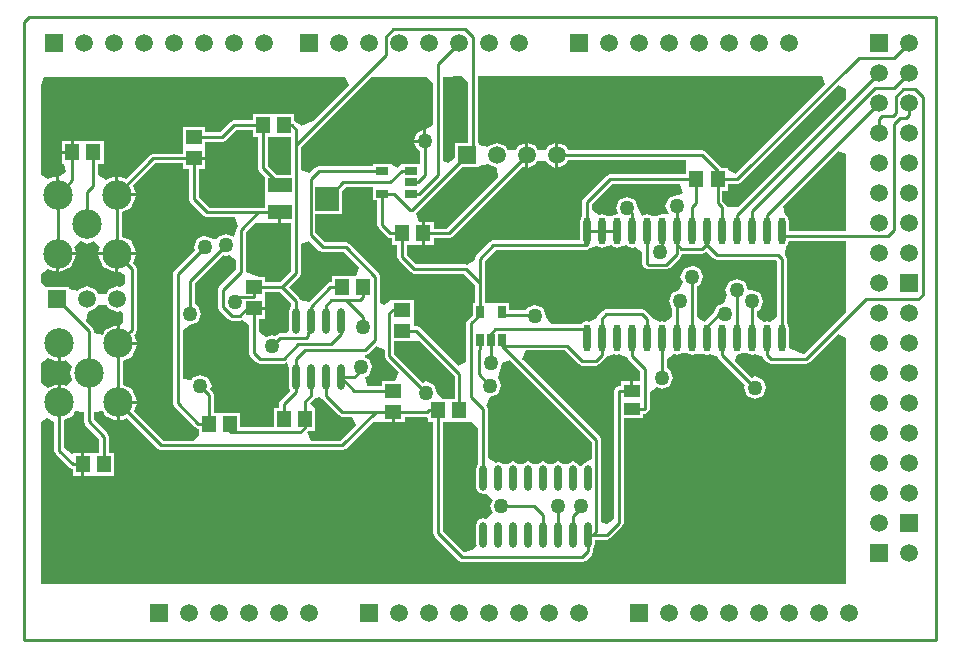
<source format=gtl>
%FSLAX42Y42*%
%MOMM*%
G71*
G01*
G75*
G04 Layer_Physical_Order=1*
G04 Layer_Color=255*
%ADD10O,0.60X2.20*%
%ADD11R,0.65X1.10*%
%ADD12R,1.20X1.40*%
%ADD13R,1.40X1.20*%
%ADD14R,2.00X1.30*%
%ADD15R,2.00X2.00*%
%ADD16R,1.40X1.10*%
%ADD17R,1.10X0.65*%
%ADD18O,0.60X2.30*%
%ADD19C,0.25*%
%ADD20R,1.50X1.50*%
%ADD21C,1.50*%
%ADD22R,1.50X1.50*%
%ADD23C,2.50*%
%ADD24C,1.27*%
G36*
X3864Y3273D02*
Y3273D01*
X3864D01*
X3864D01*
Y3273D01*
Y3273D01*
X3864Y3273D01*
X3864D01*
X3866Y3272D01*
X3888Y3281D01*
X3888Y3281D01*
X3888Y3281D01*
D01*
X3952Y3239D01*
Y3159D01*
X3811Y3019D01*
X3799Y2990D01*
Y2843D01*
X3799Y2843D01*
X3799Y2843D01*
X3811Y2814D01*
X3886Y2739D01*
X3915Y2727D01*
X3981D01*
X3998Y2734D01*
X4053Y2697D01*
X4061Y2689D01*
Y2457D01*
X4061Y2457D01*
X4061Y2457D01*
X4073Y2428D01*
X4124Y2377D01*
X4153Y2365D01*
X4356D01*
X4385Y2377D01*
X4385D01*
X4398Y2329D01*
X4398Y2329D01*
X4398D01*
Y2169D01*
X4412Y2135D01*
X4326Y2048D01*
X4314Y2019D01*
Y1988D01*
X4270D01*
Y1824D01*
X3985D01*
Y1950D01*
X3815D01*
D01*
D01*
X3815Y1950D01*
X3805D01*
D01*
X3761Y1950D01*
Y2099D01*
X3749Y2129D01*
X3733Y2145D01*
X3743Y2170D01*
X3743D01*
Y2170D01*
Y2170D01*
X3743D01*
D01*
X3744Y2172D01*
X3716Y2240D01*
Y2240D01*
D01*
D01*
D01*
X3648Y2268D01*
D01*
D01*
D01*
D01*
X3580Y2240D01*
X3579Y2238D01*
Y2238D01*
X3573Y2223D01*
X3498Y2238D01*
Y2650D01*
X3559Y2690D01*
X3559Y2690D01*
Y2690D01*
X3627Y2718D01*
X3655Y2786D01*
X3627Y2854D01*
X3600Y2866D01*
Y3044D01*
X3839Y3283D01*
X3864Y3273D01*
D02*
G37*
G36*
X5209Y2481D02*
Y2428D01*
X5209Y2428D01*
X5209Y2428D01*
X5221Y2399D01*
X5330Y2291D01*
X5300Y2220D01*
X5188D01*
Y2176D01*
X5064D01*
X5060Y2180D01*
X5046Y2251D01*
X5075Y2263D01*
Y2263D01*
X5077Y2264D01*
X5105Y2332D01*
D01*
D01*
D01*
D01*
X5103Y2336D01*
Y2336D01*
X5101Y2341D01*
X5077Y2400D01*
X5075Y2400D01*
Y2400D01*
X5075Y2400D01*
X5046Y2412D01*
Y2435D01*
D01*
X5076Y2447D01*
D01*
X5076D01*
X5076Y2447D01*
X5139Y2510D01*
X5209Y2481D01*
D02*
G37*
G36*
X9119Y2802D02*
X8764Y2447D01*
X8750D01*
X8632Y2495D01*
Y2665D01*
X8615Y2708D01*
X8614Y2708D01*
Y3251D01*
X8602Y3280D01*
X8596Y3286D01*
X8611Y3361D01*
X8615Y3363D01*
X8630Y3400D01*
X9119D01*
Y2802D01*
D02*
G37*
G36*
X7260Y3363D02*
X7260D01*
X7260Y3363D01*
X7260Y3363D01*
X7303Y3345D01*
X7325Y3355D01*
X7388Y3312D01*
Y3212D01*
X7388Y3212D01*
X7388Y3212D01*
X7400Y3183D01*
X7410Y3173D01*
X7439Y3161D01*
X7595D01*
X7624Y3173D01*
X7713Y3262D01*
X7725Y3291D01*
Y3294D01*
X7899D01*
X7929Y3306D01*
X7929Y3306D01*
X7935Y3312D01*
X7992Y3255D01*
X8021Y3243D01*
X8522D01*
X8531Y3234D01*
Y2758D01*
X8468Y2716D01*
X8446Y2725D01*
X8423Y2716D01*
X8360Y2758D01*
Y2811D01*
X8387Y2822D01*
X8414Y2889D01*
X8414D01*
D01*
D01*
X8414D01*
Y2889D01*
D01*
D01*
D01*
D01*
Y2889D01*
X8415Y2891D01*
X8413Y2895D01*
Y2895D01*
X8402Y2920D01*
X8387Y2959D01*
X8387Y2959D01*
X8385Y2959D01*
X8385Y2959D01*
X8318Y2987D01*
X8318D01*
X8288Y2987D01*
X8288Y2987D01*
X8288Y2987D01*
X8260Y3055D01*
X8192Y3083D01*
X8123Y3055D01*
X8095Y2987D01*
X8112Y2947D01*
X8083Y2877D01*
X8022Y2852D01*
X7999Y2797D01*
X7922Y2720D01*
X7887Y2735D01*
X7852Y2758D01*
Y3020D01*
X7879Y3031D01*
X7906Y3097D01*
X7906D01*
D01*
D01*
X7906D01*
Y3097D01*
D01*
Y3097D01*
X7907Y3099D01*
X7905Y3104D01*
Y3104D01*
X7903Y3108D01*
X7879Y3167D01*
Y3167D01*
D01*
D01*
D01*
X7811Y3195D01*
X7809Y3194D01*
Y3194D01*
X7742Y3167D01*
X7714Y3099D01*
X7732Y3057D01*
X7702Y2987D01*
X7641Y2961D01*
X7613Y2893D01*
X7641Y2825D01*
X7642Y2824D01*
Y2758D01*
X7579Y2716D01*
X7557Y2725D01*
X7540Y2719D01*
X7470Y2748D01*
X7459Y2775D01*
X7421Y2813D01*
X7391Y2825D01*
X7087D01*
X7057Y2813D01*
X7019Y2775D01*
X7008Y2748D01*
X6938Y2719D01*
X6922Y2725D01*
Y2725D01*
X6921Y2725D01*
Y2725D01*
X6912Y2721D01*
X6879Y2708D01*
X6874Y2696D01*
X6615D01*
X6573Y2759D01*
X6575Y2764D01*
Y2764D01*
X6576Y2766D01*
D01*
D01*
X6548Y2834D01*
Y2834D01*
D01*
D01*
D01*
X6480Y2862D01*
X6478Y2862D01*
Y2862D01*
X6411Y2834D01*
X6405Y2817D01*
X6262D01*
Y2880D01*
X6146D01*
D01*
D01*
X6146Y2880D01*
X6072D01*
D01*
X6055Y2880D01*
Y3048D01*
Y3234D01*
X6148Y3327D01*
X6921D01*
X6951Y3339D01*
X6951Y3339D01*
Y3339D01*
X7006Y3363D01*
Y3363D01*
X7006Y3363D01*
X7049Y3345D01*
X7091Y3363D01*
Y3363D01*
X7132Y3366D01*
X7133Y3363D01*
X7133D01*
X7133Y3363D01*
X7133Y3363D01*
X7175Y3345D01*
X7218Y3363D01*
Y3363D01*
X7259Y3366D01*
X7260Y3363D01*
D02*
G37*
G36*
X4657Y3321D02*
X4686Y3309D01*
X4862D01*
X4996Y3176D01*
X4966Y3105D01*
X4945D01*
D01*
D01*
X4945Y3105D01*
X4936D01*
Y3105D01*
X4765D01*
Y3051D01*
X4750D01*
X4721Y3039D01*
X4571Y2889D01*
X4496Y2904D01*
X4487Y2926D01*
X4402Y3011D01*
X4489Y3099D01*
X4501Y3128D01*
Y3377D01*
X4572Y3406D01*
X4657Y3321D01*
D02*
G37*
G36*
X4416Y2880D02*
Y2852D01*
X4415Y2852D01*
X4398Y2809D01*
Y2649D01*
X4380Y2622D01*
X4326D01*
X4297Y2610D01*
X4281Y2595D01*
X4256Y2605D01*
Y2605D01*
X4256Y2605D01*
X4254Y2606D01*
X4207Y2586D01*
X4143Y2628D01*
Y2746D01*
X4197D01*
Y2818D01*
X4102D01*
Y2844D01*
X4197D01*
Y2916D01*
D01*
Y2916D01*
X4197Y2916D01*
Y2926D01*
D01*
X4197Y2970D01*
X4326D01*
X4416Y2880D01*
D02*
G37*
G36*
X2468Y2378D02*
X2512Y2397D01*
X2566Y2343D01*
X2542Y2286D01*
X2566Y2229D01*
X2512Y2175D01*
X2468Y2194D01*
Y2036D01*
X2442D01*
Y2194D01*
X2362Y2160D01*
X2299Y2203D01*
Y2369D01*
X2362Y2412D01*
X2442Y2378D01*
Y2536D01*
X2468D01*
Y2378D01*
D02*
G37*
G36*
X6852Y2358D02*
X6881Y2346D01*
X6998D01*
X7027Y2358D01*
X7078Y2409D01*
X7081Y2416D01*
X7151Y2445D01*
X7175Y2435D01*
X7196Y2444D01*
X7266Y2414D01*
X7273Y2397D01*
X7370Y2299D01*
Y2213D01*
X7315D01*
Y2132D01*
X7290D01*
Y2213D01*
X7207D01*
Y2174D01*
X7193D01*
X7164Y2162D01*
X7152Y2132D01*
Y1048D01*
X7089Y1006D01*
X7044Y1025D01*
Y1718D01*
X7032Y1747D01*
X6374Y2406D01*
X6403Y2476D01*
X6734D01*
X6852Y2358D01*
D02*
G37*
G36*
X5929Y1873D02*
X5950D01*
X6004Y1819D01*
Y1519D01*
X6003Y1518D01*
X5985Y1476D01*
Y1316D01*
X5995Y1293D01*
D01*
X6003Y1273D01*
X6045Y1256D01*
X6065Y1264D01*
D01*
X6071Y1266D01*
X6071D01*
X6125Y1213D01*
X6101Y1156D01*
X6125Y1099D01*
X6071Y1045D01*
X6045Y1056D01*
X6003Y1038D01*
X5985Y996D01*
Y836D01*
X5988Y828D01*
X5965Y794D01*
X5895Y765D01*
X5884D01*
X5704Y945D01*
Y1873D01*
X5749Y1873D01*
D01*
D01*
X5758D01*
Y1873D01*
X5929D01*
Y1873D01*
D02*
G37*
G36*
X4683Y2065D02*
Y2065D01*
X4683Y2065D01*
X4822Y1926D01*
X4822Y1926D01*
X4822D01*
X4822Y1926D01*
X4822D01*
Y1926D01*
D01*
D01*
D01*
D01*
X4822D01*
Y1926D01*
D01*
X4851Y1913D01*
X4936D01*
X4965Y1843D01*
X4834Y1713D01*
X4583D01*
X4554Y1783D01*
X4564Y1793D01*
X4566Y1797D01*
X4620D01*
Y1988D01*
X4620D01*
X4576Y2028D01*
X4576Y2028D01*
X4614Y2065D01*
X4654Y2080D01*
X4683Y2065D01*
D02*
G37*
G36*
X5108Y3746D02*
X5145D01*
Y3538D01*
X5145Y3538D01*
X5145Y3538D01*
X5158Y3509D01*
X5229Y3438D01*
X5258Y3426D01*
X5273D01*
Y3372D01*
X5317D01*
Y3270D01*
X5317Y3270D01*
X5317Y3270D01*
X5329Y3241D01*
X5432Y3138D01*
X5432Y3138D01*
X5432D01*
X5432Y3138D01*
X5432D01*
Y3138D01*
D01*
D01*
D01*
D01*
X5432D01*
Y3138D01*
D01*
X5461Y3126D01*
X5877D01*
X5972Y3031D01*
Y2880D01*
X5956D01*
Y2777D01*
X5912Y2733D01*
X5900Y2704D01*
Y2377D01*
X5829Y2348D01*
X5508Y2670D01*
X5479Y2682D01*
X5455D01*
X5455Y2726D01*
D01*
Y2735D01*
X5455D01*
Y2906D01*
X5264D01*
Y2904D01*
X5201Y2862D01*
X5172Y2874D01*
Y3099D01*
X5160Y3128D01*
X4908Y3379D01*
X4879Y3391D01*
X4703D01*
X4623Y3471D01*
Y3634D01*
X4847D01*
Y3826D01*
X4878Y3858D01*
X5108D01*
Y3746D01*
D02*
G37*
G36*
X5455Y2555D02*
X5506Y2555D01*
X5802Y2259D01*
Y2064D01*
X5758Y2064D01*
D01*
X5749D01*
Y2064D01*
X5693D01*
X5656Y2118D01*
D01*
X5629Y2185D01*
X5629D01*
X5628Y2186D01*
Y2186D01*
D01*
D01*
X5628Y2186D01*
X5560Y2215D01*
D01*
X5560D01*
D01*
X5558Y2214D01*
X5558D01*
D01*
Y2214D01*
Y2214D01*
Y2214D01*
X5558D01*
D01*
D01*
X5558D01*
Y2214D01*
X5533Y2203D01*
X5291Y2445D01*
Y2555D01*
X5455D01*
Y2555D01*
D02*
G37*
G36*
X6962Y1701D02*
Y1554D01*
X6934Y1536D01*
D01*
X6892Y1518D01*
X6884Y1498D01*
D01*
X6892Y1518D01*
X6884Y1498D01*
X6862Y1497D01*
X6850Y1518D01*
X6850D01*
X6850Y1518D01*
X6850Y1518D01*
X6807Y1536D01*
X6765Y1518D01*
Y1518D01*
X6724Y1515D01*
X6723Y1518D01*
X6723D01*
X6723Y1518D01*
X6723Y1518D01*
X6680Y1536D01*
X6638Y1518D01*
Y1518D01*
X6597Y1515D01*
X6596Y1518D01*
X6596D01*
X6596Y1518D01*
X6596Y1518D01*
X6553Y1536D01*
X6511Y1518D01*
Y1518D01*
X6470Y1515D01*
X6469Y1518D01*
X6469D01*
X6469Y1518D01*
X6469Y1518D01*
X6426Y1536D01*
X6384Y1518D01*
Y1518D01*
X6343Y1515D01*
X6342Y1518D01*
X6342D01*
X6342Y1518D01*
X6342Y1518D01*
X6299Y1536D01*
X6257Y1518D01*
Y1518D01*
X6216Y1515D01*
X6215Y1518D01*
X6215D01*
X6215Y1518D01*
X6215Y1518D01*
X6172Y1536D01*
X6150Y1526D01*
X6086Y1569D01*
Y1977D01*
X6074Y2006D01*
X6071Y2009D01*
X6101Y2081D01*
X6101D01*
X6101Y2081D01*
X6169Y2109D01*
X6197Y2175D01*
X6197D01*
D01*
D01*
X6197D01*
Y2175D01*
D01*
D01*
D01*
D01*
Y2175D01*
X6197Y2177D01*
X6195Y2182D01*
Y2182D01*
X6185Y2207D01*
X6169Y2245D01*
X6169Y2245D01*
X6205Y2367D01*
X6205D01*
X6205D01*
D01*
X6269Y2394D01*
X6962Y1701D01*
D02*
G37*
G36*
X5915Y4741D02*
Y4228D01*
X5805D01*
Y4105D01*
X5742Y4063D01*
X5700Y4080D01*
Y4794D01*
X5861Y4795D01*
X5915Y4741D01*
D02*
G37*
G36*
X5618Y4740D02*
Y4384D01*
X5555Y4341D01*
X5563Y4338D01*
Y4247D01*
X5550D01*
Y4234D01*
X5459D01*
X5482Y4179D01*
X5509Y4168D01*
Y4052D01*
X5348D01*
Y4052D01*
X5324Y4023D01*
X5269Y4046D01*
Y4052D01*
X5108D01*
Y4035D01*
X4650D01*
X4621Y4023D01*
X4572Y3974D01*
X4501Y4004D01*
Y4202D01*
X5093Y4793D01*
X5564Y4794D01*
X5618Y4740D01*
D02*
G37*
G36*
X8941Y4730D02*
X8183Y3972D01*
X8113Y4001D01*
Y4020D01*
X8060D01*
X8057Y4029D01*
X7929Y4157D01*
X7899Y4169D01*
X6759D01*
X6744Y4204D01*
X6680Y4231D01*
Y4127D01*
Y4024D01*
X6744Y4051D01*
X6759Y4086D01*
X7762D01*
Y4020D01*
X7762D01*
X7762Y3966D01*
X7117D01*
X7088Y3953D01*
X6892Y3758D01*
X6880Y3729D01*
Y3618D01*
X6879Y3618D01*
X6862Y3575D01*
Y3409D01*
X6131D01*
X6101Y3397D01*
X5985Y3280D01*
X5972Y3251D01*
Y3245D01*
X5909Y3202D01*
X5894Y3209D01*
X5478D01*
X5400Y3287D01*
Y3372D01*
X5444Y3372D01*
D01*
D01*
Y3372D01*
X5444D01*
X5453D01*
X5498Y3372D01*
X5498Y3372D01*
X5498Y3372D01*
X5526D01*
Y3467D01*
Y3562D01*
X5503D01*
X5472Y3636D01*
X5863Y4027D01*
X6006D01*
Y4041D01*
X6081Y4056D01*
X6083Y4051D01*
X6158Y4020D01*
X6173Y3945D01*
X5736Y3508D01*
X5624D01*
Y3562D01*
X5551D01*
Y3467D01*
Y3372D01*
X5624D01*
Y3426D01*
X5753D01*
X5782Y3438D01*
X6378Y4034D01*
X6401Y4024D01*
Y4127D01*
Y4231D01*
X6337Y4204D01*
X6325Y4175D01*
X6248D01*
X6236Y4204D01*
X6160Y4236D01*
X6083Y4204D01*
X6081Y4199D01*
X6006Y4214D01*
Y4228D01*
X5998D01*
Y4795D01*
X8912Y4800D01*
X8941Y4730D01*
D02*
G37*
G36*
X4905Y4722D02*
X4602Y4419D01*
X4505Y4379D01*
X4506Y4379D01*
X4443Y4422D01*
Y4477D01*
X4272D01*
D01*
D01*
X4272Y4477D01*
X4263D01*
Y4477D01*
X4092D01*
Y4423D01*
X3936D01*
X3907Y4411D01*
X3818Y4322D01*
X3690D01*
Y4366D01*
X3499D01*
Y4196D01*
X3499Y4196D01*
X3499Y4186D01*
D01*
X3499Y4142D01*
X3250D01*
X3221Y4130D01*
X3016Y3925D01*
X2955Y3951D01*
Y3806D01*
X3100D01*
X3075Y3867D01*
X3267Y4060D01*
X3499D01*
Y4016D01*
X3553D01*
Y3759D01*
X3553Y3759D01*
X3553Y3759D01*
X3565Y3730D01*
X3680Y3615D01*
X3709Y3603D01*
X3941D01*
X3970Y3533D01*
X3964Y3526D01*
X3952Y3497D01*
X3952D01*
X3952Y3497D01*
X3934Y3436D01*
D01*
D01*
X3868Y3464D01*
D01*
D01*
D01*
Y3464D01*
X3868D01*
X3866Y3464D01*
X3798Y3436D01*
X3797Y3435D01*
X3797Y3434D01*
X3797Y3434D01*
D01*
Y3434D01*
X3797D01*
X3792Y3421D01*
X3756D01*
X3756Y3421D01*
Y3421D01*
X3690Y3448D01*
X3690D01*
X3688Y3449D01*
X3620Y3421D01*
X3619Y3419D01*
D01*
X3592Y3353D01*
X3603Y3326D01*
X3428Y3151D01*
X3416Y3122D01*
Y2029D01*
X3416Y2029D01*
X3416Y2029D01*
X3428Y2000D01*
X3603Y1825D01*
X3632Y1813D01*
X3635D01*
X3635Y1759D01*
D01*
X3588Y1713D01*
X3337D01*
X3087Y1962D01*
X3113Y2023D01*
X2968D01*
Y1878D01*
X3029Y1904D01*
X3291Y1642D01*
X3320Y1630D01*
X4851D01*
X4881Y1642D01*
X5108Y1869D01*
X5188Y1869D01*
Y1869D01*
X5271D01*
Y1955D01*
X5296D01*
Y1869D01*
X5379D01*
Y1913D01*
X5568D01*
X5578Y1907D01*
Y1873D01*
X5622D01*
Y928D01*
X5622Y928D01*
X5622Y928D01*
X5634Y899D01*
X5838Y695D01*
X5867Y683D01*
X6883D01*
X6913Y695D01*
X6963Y746D01*
X6975Y775D01*
Y793D01*
X6977Y793D01*
X6994Y836D01*
Y873D01*
X7092D01*
X7121Y885D01*
X7222Y987D01*
X7222Y987D01*
X7222Y987D01*
X7235Y1016D01*
Y1902D01*
X7398D01*
Y1941D01*
X7412D01*
X7441Y1953D01*
X7453Y1982D01*
X7453Y1982D01*
X7453Y1982D01*
Y2123D01*
X7516Y2166D01*
X7555Y2150D01*
X7555D01*
X7557Y2149D01*
X7625Y2177D01*
X7625Y2179D01*
D01*
X7653Y2245D01*
X7625Y2313D01*
X7598Y2325D01*
Y2402D01*
X7661Y2445D01*
X7664Y2444D01*
D01*
X7683Y2435D01*
X7726Y2453D01*
Y2453D01*
X7767Y2456D01*
X7768Y2453D01*
X7768D01*
X7768Y2453D01*
X7768Y2453D01*
X7811Y2435D01*
X7836Y2446D01*
X7912D01*
X7938Y2435D01*
X7962Y2445D01*
X8032Y2416D01*
X8035Y2409D01*
X8259Y2186D01*
X8248Y2159D01*
X8276Y2091D01*
X8344Y2063D01*
X8412Y2091D01*
X8439Y2157D01*
X8439D01*
D01*
D01*
X8439D01*
Y2157D01*
D01*
D01*
D01*
D01*
Y2157D01*
X8440Y2159D01*
X8438Y2164D01*
Y2164D01*
X8428Y2189D01*
X8413Y2225D01*
D01*
X8412Y2227D01*
D01*
Y2227D01*
D01*
D01*
D01*
D01*
X8412D01*
X8412Y2227D01*
X8344Y2255D01*
D01*
X8344D01*
D01*
X8342Y2255D01*
X8342D01*
D01*
Y2255D01*
Y2255D01*
Y2255D01*
X8342D01*
D01*
D01*
X8342D01*
Y2255D01*
X8317Y2244D01*
X8172Y2389D01*
X8192Y2435D01*
X8192D01*
X8192Y2435D01*
X8234Y2453D01*
Y2453D01*
X8275Y2456D01*
X8276Y2453D01*
X8276D01*
X8276Y2453D01*
X8276Y2453D01*
X8318Y2435D01*
X8343Y2445D01*
X8413Y2416D01*
X8416Y2409D01*
X8449Y2376D01*
X8449Y2376D01*
X8449D01*
X8449Y2376D01*
X8449D01*
Y2376D01*
D01*
D01*
D01*
D01*
X8449D01*
Y2376D01*
D01*
X8479Y2364D01*
X8781D01*
X8810Y2376D01*
X9048Y2614D01*
X9119Y2585D01*
Y495D01*
X2299D01*
Y1869D01*
X2347Y1901D01*
X2414Y1866D01*
Y1626D01*
X2414Y1626D01*
X2414Y1626D01*
X2426Y1596D01*
X2540Y1482D01*
X2568Y1471D01*
Y1416D01*
X2641D01*
Y1511D01*
Y1607D01*
X2568D01*
X2568Y1607D01*
Y1607D01*
X2560Y1603D01*
X2496Y1646D01*
Y1890D01*
X2570Y1921D01*
X2589Y1967D01*
X2664Y1952D01*
Y1875D01*
X2664Y1875D01*
X2664Y1875D01*
X2676Y1845D01*
X2792Y1729D01*
Y1607D01*
X2748Y1607D01*
Y1607D01*
X2739D01*
X2694Y1607D01*
X2694Y1607D01*
X2694Y1607D01*
X2666D01*
Y1511D01*
Y1416D01*
X2739D01*
X2739Y1416D01*
Y1416D01*
X2739D01*
X2748D01*
X2792Y1416D01*
X2792Y1416D01*
X2792Y1416D01*
X2919D01*
Y1607D01*
X2874D01*
Y1746D01*
X2862Y1776D01*
X2746Y1892D01*
Y1952D01*
X2821Y1967D01*
X2840Y1921D01*
X2942Y1878D01*
Y2036D01*
X2955D01*
Y2049D01*
X3113D01*
X3070Y2151D01*
X2996Y2182D01*
Y2390D01*
X3070Y2421D01*
X3113Y2523D01*
X2955D01*
Y2536D01*
X2942D01*
Y2694D01*
X2840Y2651D01*
X2821Y2605D01*
X2746Y2620D01*
Y2642D01*
X2734Y2671D01*
X2679Y2726D01*
X2694Y2800D01*
X2769Y2831D01*
X2781Y2861D01*
X2858D01*
X2870Y2831D01*
X2946Y2800D01*
X2966Y2808D01*
X2994Y2789D01*
Y2713D01*
X2966Y2694D01*
X2968Y2694D01*
Y2549D01*
X3113D01*
X3087Y2610D01*
X3100Y2623D01*
X3112Y2652D01*
Y3165D01*
X3100Y3194D01*
X3075Y3219D01*
X3100Y3281D01*
X2955D01*
Y3136D01*
X2966Y3140D01*
X3008Y3113D01*
Y3036D01*
X2966Y3009D01*
X2946Y3017D01*
X2870Y2985D01*
X2858Y2956D01*
X2781D01*
X2769Y2985D01*
X2692Y3017D01*
X2616Y2985D01*
X2614Y2980D01*
X2539Y2995D01*
Y3009D01*
X2353D01*
X2353Y3009D01*
X2353Y3009D01*
X2338Y3009D01*
X2299Y3048D01*
Y3121D01*
X2362Y3164D01*
X2430Y3136D01*
Y3293D01*
X2442D01*
Y3306D01*
X2600D01*
X2582Y3350D01*
X2636Y3404D01*
X2692Y3381D01*
X2749Y3404D01*
X2803Y3350D01*
X2785Y3306D01*
X3100D01*
X3058Y3408D01*
X2984Y3439D01*
Y3648D01*
X3058Y3678D01*
X3100Y3781D01*
X2942D01*
Y3793D01*
X2930D01*
Y3951D01*
X2849Y3917D01*
X2786Y3960D01*
Y4058D01*
X2830D01*
Y4248D01*
X2704D01*
X2704Y4248D01*
X2704Y4248D01*
X2659Y4248D01*
X2654D01*
X2650D01*
X2605Y4248D01*
X2605Y4248D01*
X2605Y4248D01*
X2577D01*
Y4153D01*
X2564D01*
Y4140D01*
X2479D01*
Y4058D01*
X2491D01*
X2513Y3985D01*
X2460Y3949D01*
X2455Y3951D01*
Y3793D01*
X2430D01*
Y3951D01*
X2362Y3923D01*
X2299Y3965D01*
Y4724D01*
X2299Y4724D01*
X2299Y4724D01*
X2325Y4788D01*
X4876Y4793D01*
X4905Y4722D01*
D02*
G37*
G36*
X4419Y4219D02*
Y3965D01*
X4289D01*
X4218Y4035D01*
Y4286D01*
X4263Y4286D01*
D01*
D01*
X4272D01*
Y4286D01*
X4419D01*
Y4219D01*
D02*
G37*
G36*
X4092Y4286D02*
X4136D01*
Y4018D01*
X4148Y3989D01*
X4196Y3941D01*
Y3784D01*
X4196Y3784D01*
X4196Y3735D01*
D01*
X4196Y3685D01*
X3726D01*
X3635Y3776D01*
Y4016D01*
X3690D01*
Y4088D01*
X3594D01*
Y4114D01*
X3690D01*
Y4186D01*
D01*
Y4186D01*
X3690Y4186D01*
Y4196D01*
D01*
X3690Y4240D01*
X3835D01*
X3865Y4252D01*
X3953Y4340D01*
X4092D01*
Y4286D01*
D02*
G37*
G36*
X4334Y3554D02*
X4419D01*
Y3145D01*
X4326Y3052D01*
X4197D01*
Y3096D01*
X4144D01*
X4034Y3142D01*
D01*
Y3480D01*
X4108Y3554D01*
X4196Y3554D01*
Y3554D01*
X4308D01*
Y3644D01*
X4334D01*
Y3554D01*
D02*
G37*
G36*
X9119Y4135D02*
Y3483D01*
X8632D01*
Y3575D01*
X8615Y3618D01*
X8598Y3625D01*
X8584Y3699D01*
X9048Y4164D01*
X9119Y4135D01*
D02*
G37*
G36*
Y4691D02*
Y4605D01*
X8202Y3688D01*
X8106Y3688D01*
X8094Y3717D01*
X8069Y3742D01*
Y3829D01*
X8113D01*
Y3883D01*
X8194D01*
X8223Y3895D01*
X8223Y3895D01*
X8223Y3895D01*
X9048Y4720D01*
X9119Y4691D01*
D02*
G37*
G36*
X7732Y3810D02*
X7699Y3788D01*
X7685Y3794D01*
D01*
X7683Y3794D01*
X7615Y3766D01*
X7615Y3765D01*
X7615D01*
X7587Y3698D01*
X7615Y3630D01*
X7568Y3634D01*
X7557Y3635D01*
X7556Y3635D01*
Y3635D01*
D01*
D01*
X7557Y3635D01*
X7514Y3618D01*
Y3618D01*
X7473Y3615D01*
X7472Y3618D01*
X7472D01*
X7472Y3618D01*
X7472Y3618D01*
X7429Y3635D01*
X7387Y3618D01*
D01*
Y3618D01*
D01*
D01*
X7358Y3678D01*
X7358Y3678D01*
X7358D01*
X7330Y3746D01*
X7262Y3774D01*
X7194Y3746D01*
X7166Y3678D01*
X7181Y3641D01*
X7175Y3635D01*
D01*
X7133Y3618D01*
X7133Y3618D01*
X7133Y3618D01*
X7092Y3615D01*
X7091Y3618D01*
X7091D01*
X7091Y3618D01*
X7091Y3618D01*
X7049Y3635D01*
X7026Y3626D01*
X6963Y3668D01*
Y3712D01*
X7134Y3883D01*
X7710D01*
X7732Y3810D01*
D02*
G37*
%LPC*%
G36*
X5537Y4338D02*
X5482Y4315D01*
X5481Y4313D01*
X5481D01*
Y4313D01*
D01*
D01*
X5481D01*
X5459Y4260D01*
X5537D01*
Y4338D01*
D02*
G37*
G36*
X2930Y3281D02*
X2785D01*
X2827Y3178D01*
X2930Y3136D01*
Y3281D01*
D02*
G37*
G36*
X2552Y4248D02*
X2479D01*
Y4166D01*
X2552D01*
Y4248D01*
D02*
G37*
G36*
X6655Y4231D02*
X6591Y4204D01*
X6579Y4175D01*
X6502D01*
X6490Y4204D01*
X6426Y4231D01*
Y4127D01*
Y4024D01*
X6490Y4051D01*
X6502Y4080D01*
X6579D01*
X6591Y4051D01*
X6655Y4024D01*
Y4127D01*
Y4231D01*
D02*
G37*
G36*
X2600Y3281D02*
X2455D01*
Y3136D01*
X2558Y3178D01*
X2600Y3281D01*
D02*
G37*
%LPD*%
D10*
X6934Y1396D02*
D03*
X6807D02*
D03*
X6680D02*
D03*
X6553D02*
D03*
X6426D02*
D03*
X6299D02*
D03*
X6172D02*
D03*
X6045D02*
D03*
X6934Y916D02*
D03*
X6807D02*
D03*
X6680D02*
D03*
X6553D02*
D03*
X6426D02*
D03*
X6299D02*
D03*
X6172D02*
D03*
X6045D02*
D03*
X4458Y2249D02*
D03*
X4585D02*
D03*
X4712D02*
D03*
X4839D02*
D03*
X4458Y2729D02*
D03*
X4585D02*
D03*
X4712D02*
D03*
X4839D02*
D03*
D11*
X6014Y2800D02*
D03*
X6204D02*
D03*
Y2560D02*
D03*
X6109D02*
D03*
X6014D02*
D03*
D12*
X5358Y3467D02*
D03*
X5538D02*
D03*
X4535Y1892D02*
D03*
X4355D02*
D03*
X4357Y4381D02*
D03*
X4177D02*
D03*
X5663Y1968D02*
D03*
X5843D02*
D03*
X5030Y3010D02*
D03*
X4850D02*
D03*
X7848Y3924D02*
D03*
X8028D02*
D03*
X3720Y1854D02*
D03*
X3900D02*
D03*
X2653Y1511D02*
D03*
X2833D02*
D03*
X2564Y4153D02*
D03*
X2744D02*
D03*
D13*
X4102Y2831D02*
D03*
Y3011D02*
D03*
X3594Y4101D02*
D03*
Y4281D02*
D03*
X5283Y2135D02*
D03*
Y1955D02*
D03*
X5359Y2641D02*
D03*
Y2821D02*
D03*
D14*
X4321Y3644D02*
D03*
Y3874D02*
D03*
D15*
X4721Y3759D02*
D03*
D16*
X7303Y2132D02*
D03*
Y1982D02*
D03*
D17*
X5189Y3804D02*
D03*
Y3994D02*
D03*
X5429D02*
D03*
Y3899D02*
D03*
Y3804D02*
D03*
D18*
X8572Y3490D02*
D03*
X8446D02*
D03*
X8318D02*
D03*
X8192D02*
D03*
X8064D02*
D03*
X7938D02*
D03*
X7811D02*
D03*
X7683D02*
D03*
X7557D02*
D03*
X7429D02*
D03*
X7303D02*
D03*
X7175D02*
D03*
X7049D02*
D03*
X6921D02*
D03*
X8572Y2580D02*
D03*
X8446D02*
D03*
X8318D02*
D03*
X8192D02*
D03*
X8064D02*
D03*
X7938D02*
D03*
X7811D02*
D03*
X7683D02*
D03*
X7557D02*
D03*
X7429D02*
D03*
X7303D02*
D03*
X7175D02*
D03*
X7049D02*
D03*
X6921D02*
D03*
D19*
X8572Y3442D02*
X9474D01*
X6147Y2654D02*
X6921D01*
X5956Y4128D02*
Y5131D01*
X6131Y3368D02*
X6921D01*
X5894Y3167D02*
X6014Y3048D01*
Y3251D01*
X4460Y4219D02*
X5220Y4978D01*
X5187Y3538D02*
Y3804D01*
X4460Y4219D02*
Y4343D01*
X6204Y2517D02*
X6751D01*
X6977Y914D02*
X7003Y940D01*
X6977Y914D02*
X7092D01*
X6934D02*
Y916D01*
Y775D02*
Y914D01*
X6977D01*
X5135Y1955D02*
X5283D01*
X4851D02*
X5135D01*
X4851Y1671D02*
X5135Y1955D01*
X4140Y3644D02*
X4321D01*
X3709D02*
X4140D01*
X3993Y3497D02*
X4140Y3644D01*
X7938Y3368D02*
Y3373D01*
X7899Y3335D02*
X7938Y3373D01*
X7683D02*
X7722Y3335D01*
X7683Y3291D02*
Y3373D01*
X4884Y2901D02*
X5029Y2756D01*
X4884Y2901D02*
X5004D01*
X4757D02*
X4884D01*
X3900Y1783D02*
X4496D01*
X6204Y2776D02*
X6469D01*
X7541Y3305D02*
X7557Y3320D01*
Y3490D01*
X8192D02*
Y3619D01*
X9398Y4826D01*
X8192Y2580D02*
Y2987D01*
X7938Y2580D02*
Y2677D01*
X8044Y2784D01*
X8090D01*
X7557Y2245D02*
Y2580D01*
X6109Y2367D02*
Y2560D01*
X4254Y2510D02*
X4326Y2581D01*
X4555D01*
X4585Y2729D01*
X6045Y1396D02*
Y1977D01*
X5941Y2081D02*
X6045Y1977D01*
X5941Y2081D02*
Y2704D01*
X6014Y2776D01*
Y2800D01*
X5906Y4128D02*
X5956D01*
X5893Y5194D02*
X5956Y5131D01*
X5283Y5194D02*
X5893D01*
X5220Y5131D02*
X5283Y5194D01*
X5220Y4978D02*
Y5131D01*
X4460Y3128D02*
Y4219D01*
X4102Y3011D02*
X4343D01*
X5189Y3804D02*
X5286D01*
X5424Y3665D01*
X5443D01*
X5906Y4128D01*
X4953Y2135D02*
X5283D01*
X4839Y2249D02*
X4953Y2135D01*
X4712Y2094D02*
X4851Y1955D01*
X4712Y2094D02*
Y2249D01*
X2942Y3293D02*
X3071Y3165D01*
Y2652D02*
Y3165D01*
X2955Y2536D02*
X3071Y2652D01*
X2564Y3915D02*
Y4153D01*
X2442Y3793D02*
X2564Y3915D01*
X3559Y2786D02*
Y3061D01*
X3866Y3368D01*
X3648Y2172D02*
X3720Y2099D01*
Y1854D02*
Y2099D01*
X2833Y1511D02*
Y1746D01*
X2705Y1875D02*
X2833Y1746D01*
X2705Y1875D02*
Y2286D01*
X4177Y4018D02*
Y4381D01*
Y4018D02*
X4321Y3874D01*
X5359Y2641D02*
X5479D01*
X5843Y2276D01*
Y1968D02*
Y2276D01*
X5030Y2927D02*
Y3010D01*
X5004Y2901D02*
X5030Y2927D01*
X4458Y2249D02*
Y2400D01*
X4534Y2476D01*
X5046D01*
X5131Y2561D01*
Y3099D01*
X4879Y3350D02*
X5131Y3099D01*
X4686Y3350D02*
X4879D01*
X4582Y3454D02*
X4686Y3350D01*
X4582Y3454D02*
Y3926D01*
X4650Y3994D01*
X5189D01*
X4712Y2729D02*
Y2855D01*
X4757Y2901D01*
X5029Y2670D02*
Y2756D01*
X6204Y2776D02*
Y2800D01*
X6469Y2776D02*
X6480Y2766D01*
X6871Y1140D02*
Y1156D01*
X6807Y1077D02*
X6871Y1140D01*
X6807Y916D02*
Y1077D01*
X6553Y916D02*
Y1080D01*
X6477Y1156D02*
X6553Y1080D01*
X6198Y1156D02*
X6477D01*
X6005Y2273D02*
X6101Y2177D01*
X6005Y2273D02*
Y2478D01*
X6014Y2487D01*
Y2560D01*
X8064Y2438D02*
Y2580D01*
Y2438D02*
X8344Y2159D01*
X6680Y916D02*
Y1156D01*
X7303Y3490D02*
Y3637D01*
X7262Y3678D02*
X7303Y3637D01*
X7683Y2580D02*
Y2868D01*
X7709Y2893D01*
X4102Y2457D02*
Y2831D01*
Y2457D02*
X4153Y2406D01*
X4356D01*
X4480Y2530D01*
X4753D01*
X4839Y2616D01*
Y2729D01*
X4585D02*
Y2845D01*
X4750Y3010D01*
X4850D01*
X5283Y1955D02*
X5568D01*
X5581Y1968D01*
X5663D01*
X5277Y2821D02*
X5359D01*
X5250Y2794D02*
X5277Y2821D01*
X5250Y2428D02*
Y2794D01*
Y2428D02*
X5560Y2118D01*
X3457Y3122D02*
X3688Y3353D01*
X3457Y2029D02*
Y3122D01*
Y2029D02*
X3632Y1854D01*
X3720D01*
X3993Y3142D02*
Y3497D01*
X3840Y2990D02*
X3993Y3142D01*
X3840Y2843D02*
Y2990D01*
Y2843D02*
X3915Y2769D01*
X3981D01*
X4044Y2831D01*
X4102D01*
X3594Y3759D02*
Y4101D01*
Y3759D02*
X3709Y3644D01*
X5659Y4897D02*
X5842Y5080D01*
X5659Y3962D02*
Y4897D01*
X5501Y3804D02*
X5659Y3962D01*
X5429Y3804D02*
X5501D01*
X5429Y3899D02*
X5489D01*
X5550Y3960D01*
Y4247D01*
X5663Y928D02*
Y1968D01*
Y928D02*
X5867Y724D01*
X6883D01*
X6934Y775D01*
X3320Y1671D02*
X4851D01*
X2955Y2036D02*
X3320Y1671D01*
X3942Y2888D02*
X3985Y2931D01*
X4102D01*
Y3011D01*
X4343D02*
X4458Y2897D01*
Y2729D02*
Y2897D01*
X8318Y2580D02*
Y2891D01*
X7938Y3368D02*
X8021Y3284D01*
X8539D01*
X8572Y3251D01*
Y2580D02*
Y3251D01*
X7683Y3490D02*
Y3698D01*
X7595Y3203D02*
X7683Y3291D01*
X7439Y3203D02*
X7595D01*
X7429Y3212D02*
X7439Y3203D01*
X7429Y3212D02*
Y3490D01*
X7811Y2580D02*
Y3099D01*
X8446Y2438D02*
Y2580D01*
Y2438D02*
X8479Y2405D01*
X8781D01*
X9284Y2908D01*
X9728D01*
X9766Y2946D01*
Y4623D01*
X9703Y4686D02*
X9766Y4623D01*
X9601Y4686D02*
X9703D01*
X9538Y4623D02*
X9601Y4686D01*
X9538Y4483D02*
Y4623D01*
X9512Y4458D02*
X9538Y4483D01*
X9423Y4458D02*
X9512D01*
X9398Y4432D02*
X9423Y4458D01*
X9398Y4318D02*
Y4432D01*
X8028Y3924D02*
X8194D01*
X9223Y4953D01*
X9525D01*
X9652Y5080D01*
X5538Y3467D02*
X5753D01*
X6414Y4128D01*
X6668D02*
X7899D01*
X8028Y3999D01*
Y3924D02*
Y3999D01*
X5009Y2305D02*
Y2332D01*
X4953Y2249D02*
X5009Y2305D01*
X4839Y2249D02*
X4953D01*
X7117Y3924D02*
X7848D01*
X6921Y3729D02*
X7117Y3924D01*
X6921Y3490D02*
Y3729D01*
X6014Y3251D02*
X6131Y3368D01*
X6921D02*
Y3490D01*
X6109Y2560D02*
Y2616D01*
X6147Y2654D01*
X6921Y2580D02*
Y2654D01*
X7429Y2580D02*
Y2746D01*
X7391Y2784D02*
X7429Y2746D01*
X7087Y2784D02*
X7391D01*
X7049Y2746D02*
X7087Y2784D01*
X7049Y2580D02*
Y2746D01*
X7003Y940D02*
Y1718D01*
X6204Y2517D02*
X7003Y1718D01*
X6204Y2517D02*
Y2560D01*
X7303Y1982D02*
X7412D01*
Y2316D01*
X7303Y2426D02*
X7412Y2316D01*
X7303Y2426D02*
Y2580D01*
X8318Y3490D02*
Y3658D01*
X9360Y4699D01*
X9525D01*
X9652Y4826D01*
X8446Y3490D02*
Y3619D01*
X9398Y4572D01*
X9652Y4470D02*
Y4572D01*
X9627Y4445D02*
X9652Y4470D01*
X9576Y4445D02*
X9627D01*
X9525Y4394D02*
X9576Y4445D01*
X9525Y3492D02*
Y4394D01*
X9474Y3442D02*
X9525Y3492D01*
X8572Y3442D02*
Y3490D01*
X6014Y2800D02*
Y3048D01*
X5461Y3167D02*
X5894D01*
X5358Y3270D02*
X5461Y3167D01*
X5358Y3270D02*
Y3467D01*
X5258D02*
X5358D01*
X5187Y3538D02*
X5258Y3467D01*
X5187Y3804D02*
X5189D01*
X3250Y4101D02*
X3594D01*
X2942Y3793D02*
X3250Y4101D01*
X2438Y2908D02*
X2705Y2642D01*
Y2286D02*
Y2642D01*
X2569Y1511D02*
X2653D01*
X2455Y1626D02*
X2569Y1511D01*
X2455Y1626D02*
Y2036D01*
X5353Y3994D02*
X5429D01*
X5258Y3899D02*
X5353Y3994D01*
X4861Y3899D02*
X5258D01*
X4721Y3759D02*
X4861Y3899D01*
X7092Y914D02*
X7193Y1016D01*
Y2132D01*
X7303D01*
X4343Y3011D02*
X4460Y3128D01*
X4422Y4381D02*
X4460Y4343D01*
X4357Y4381D02*
X4422D01*
X3900Y1783D02*
Y1854D01*
X4496Y1783D02*
X4535Y1822D01*
Y1892D01*
X6751Y2517D02*
X6881Y2388D01*
X6998D01*
X7049Y2438D01*
Y2580D01*
X7938Y3373D02*
Y3490D01*
X7722Y3335D02*
X7899D01*
X7683Y3373D02*
Y3490D01*
X7049D02*
X7175D01*
X6921D02*
X7049D01*
X7848Y3725D02*
Y3924D01*
X7811Y3688D02*
X7848Y3725D01*
X7811Y3490D02*
Y3688D01*
X2955Y2036D02*
Y2536D01*
X8028Y3725D02*
Y3924D01*
Y3725D02*
X8064Y3688D01*
Y3490D02*
Y3688D01*
X2942Y3293D02*
Y3793D01*
X2442Y3293D02*
Y3793D01*
X2744Y3872D02*
Y4153D01*
X2692Y3820D02*
X2744Y3872D01*
X2692Y3543D02*
Y3820D01*
X4585Y2094D02*
Y2249D01*
X4535Y2045D02*
X4585Y2094D01*
X4535Y1892D02*
Y2045D01*
X4458Y2122D02*
Y2249D01*
X4355Y2019D02*
X4458Y2122D01*
X4355Y1892D02*
Y2019D01*
X3936Y4381D02*
X4177D01*
X3835Y4281D02*
X3936Y4381D01*
X3594Y4281D02*
X3835D01*
X9881Y25D02*
Y5296D01*
X2197D02*
X9881D01*
X2159Y25D02*
X9881D01*
X2159D02*
Y5258D01*
X2197Y5296D01*
D20*
X2413Y5080D02*
D03*
X6858D02*
D03*
X5080Y254D02*
D03*
X2438Y2908D02*
D03*
X4572Y5080D02*
D03*
X5906Y4128D02*
D03*
X9398Y5080D02*
D03*
X3302Y254D02*
D03*
X9398Y762D02*
D03*
X7366Y254D02*
D03*
D21*
X2667Y5080D02*
D03*
X2921D02*
D03*
X3175D02*
D03*
X3429D02*
D03*
X3683D02*
D03*
X3937D02*
D03*
X4191D02*
D03*
X7112D02*
D03*
X7366D02*
D03*
X7620D02*
D03*
X7874D02*
D03*
X8128D02*
D03*
X8382D02*
D03*
X8636D02*
D03*
X9398Y3048D02*
D03*
X9652Y3302D02*
D03*
X9398D02*
D03*
X9652Y3556D02*
D03*
X9398D02*
D03*
X9652Y3810D02*
D03*
X9398D02*
D03*
X9652Y4064D02*
D03*
X9398D02*
D03*
X9652Y4318D02*
D03*
X9398D02*
D03*
X9652Y4572D02*
D03*
X9398D02*
D03*
X9652Y4826D02*
D03*
X9398D02*
D03*
X5334Y254D02*
D03*
X5588D02*
D03*
X5842D02*
D03*
X6096D02*
D03*
X6350D02*
D03*
X6604D02*
D03*
X6858D02*
D03*
X2692Y2908D02*
D03*
X2946D02*
D03*
X4826Y5080D02*
D03*
X5080D02*
D03*
X5334D02*
D03*
X5588D02*
D03*
X5842D02*
D03*
X6096D02*
D03*
X6350D02*
D03*
X6668Y4128D02*
D03*
X6414D02*
D03*
X6160D02*
D03*
X9398Y1016D02*
D03*
X9652Y1270D02*
D03*
X9398D02*
D03*
X9652Y1524D02*
D03*
X9398D02*
D03*
X9652Y1778D02*
D03*
X9398D02*
D03*
X9652Y2032D02*
D03*
X9398D02*
D03*
X9652Y2286D02*
D03*
X9398D02*
D03*
X9652Y2540D02*
D03*
X9398D02*
D03*
X9652Y2794D02*
D03*
X9398D02*
D03*
X9652Y5080D02*
D03*
X3556Y254D02*
D03*
X3810D02*
D03*
X4064D02*
D03*
X4318D02*
D03*
X4572D02*
D03*
X9652Y762D02*
D03*
X9144Y254D02*
D03*
X8890D02*
D03*
X8636D02*
D03*
X8382D02*
D03*
X8128D02*
D03*
X7874D02*
D03*
X7620D02*
D03*
D22*
X9652Y3048D02*
D03*
Y1016D02*
D03*
D23*
X2455Y2536D02*
D03*
X2955D02*
D03*
Y2036D02*
D03*
X2455D02*
D03*
X2705Y2286D02*
D03*
X2442Y3793D02*
D03*
X2942D02*
D03*
Y3293D02*
D03*
X2442D02*
D03*
X2692Y3543D02*
D03*
D24*
X7541Y3305D02*
D03*
X8192Y2987D02*
D03*
X8090Y2784D02*
D03*
X7557Y2245D02*
D03*
X6109Y2367D02*
D03*
X4254Y2510D02*
D03*
X3559Y2786D02*
D03*
X3866Y3368D02*
D03*
X3648Y2172D02*
D03*
X5029Y2670D02*
D03*
X6480Y2766D02*
D03*
X6871Y1156D02*
D03*
X6198D02*
D03*
X6101Y2177D02*
D03*
X8344Y2159D02*
D03*
X6680Y1156D02*
D03*
X7262Y3678D02*
D03*
X7709Y2893D02*
D03*
X5560Y2118D02*
D03*
X3688Y3353D02*
D03*
X5550Y4247D02*
D03*
X3942Y2888D02*
D03*
X8318Y2891D02*
D03*
X7683Y3698D02*
D03*
X7811Y3099D02*
D03*
X5009Y2332D02*
D03*
M02*

</source>
